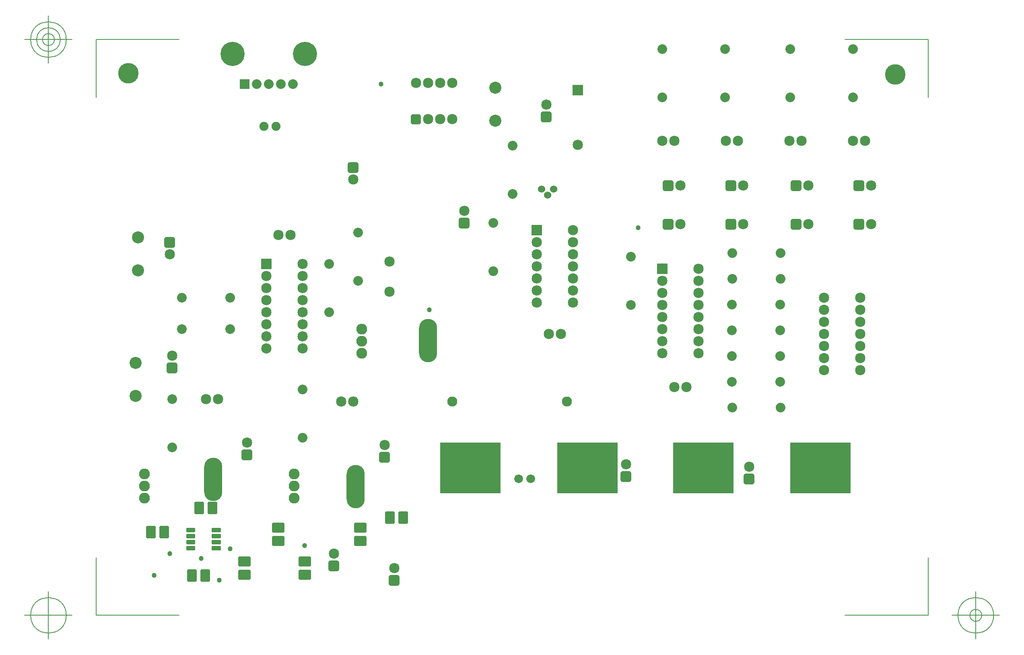
<source format=gbr>
G04 Generated by Ultiboard 14.0 *
%FSLAX24Y24*%
%MOIN*%

%ADD10C,0.0001*%
%ADD11C,0.0001*%
%ADD12C,0.0050*%
%ADD13C,0.15000*%
%ADD14C,0.16971*%
%ADD15C,0.0850*%
%ADD16C,0.0800*%
%ADD17C,0.0900*%
%ADD18R,0.0630X0.0830*%
%ADD19C,0.0190*%
%ADD20R,0.0610X0.0236*%
%ADD21C,0.0120*%
%ADD22C,0.1000*%
%ADD23R,0.0508X0.0508*%
%ADD24C,0.0392*%
%ADD25R,0.0850X0.0850*%
%ADD26C,0.0600*%
%ADD27R,0.0830X0.0630*%
%ADD28R,0.0517X0.0517*%
%ADD29C,0.0333*%
%ADD30C,0.0750*%
%ADD31C,0.2000*%
%ADD32R,0.0800X0.0800*%
%ADD33C,0.0833*%
%ADD34C,0.0720*%
%ADD35C,0.0404*%


G04 ColorRGB FF00CC for the following layer *
%LNSolder Mask Top*%
%LPD*%
G54D10*
G54D11*
G36*
X28400Y10000D02*
X28400Y14200D01*
X33400Y14200D01*
X33400Y10000D01*
X28400Y10000D01*
G37*
G36*
X38100Y10000D02*
X38100Y14200D01*
X43100Y14200D01*
X43100Y10000D01*
X38100Y10000D01*
G37*
G36*
X47700Y10000D02*
X47700Y14200D01*
X52700Y14200D01*
X52700Y10000D01*
X47700Y10000D01*
G37*
G36*
X57400Y10000D02*
X57400Y14200D01*
X62400Y14200D01*
X62400Y10000D01*
X57400Y10000D01*
G37*
G36*
X20650Y9500D02*
X20650Y11600D01*
X22150Y11600D01*
X22150Y9500D01*
X20650Y9500D01*
G37*
G36*
X26650Y21600D02*
X26650Y23700D01*
X28150Y23700D01*
X28150Y21600D01*
X26650Y21600D01*
G37*
G36*
X8850Y10100D02*
X8850Y12200D01*
X10350Y12200D01*
X10350Y10100D01*
X8850Y10100D01*
G37*
G54D12*
X-100Y-100D02*
X-100Y4670D01*
X-100Y-100D02*
X6795Y-100D01*
X68850Y-100D02*
X61955Y-100D01*
X68850Y-100D02*
X68850Y4670D01*
X68850Y47600D02*
X68850Y42830D01*
X68850Y47600D02*
X61955Y47600D01*
X-100Y47600D02*
X6795Y47600D01*
X-100Y47600D02*
X-100Y42830D01*
X-2069Y-100D02*
X-6006Y-100D01*
X-4037Y-2069D02*
X-4037Y1869D01*
X-5513Y-100D02*
G75*
D01*
G02X-5513Y-100I1476J0*
G01*
X70819Y-100D02*
X74756Y-100D01*
X72787Y-2069D02*
X72787Y1869D01*
X71311Y-100D02*
G75*
D01*
G02X71311Y-100I1476J0*
G01*
X72295Y-100D02*
G75*
D01*
G02X72295Y-100I492J0*
G01*
X-2069Y47600D02*
X-6006Y47600D01*
X-4037Y45631D02*
X-4037Y49569D01*
X-5513Y47600D02*
G75*
D01*
G02X-5513Y47600I1476J0*
G01*
X-5021Y47600D02*
G75*
D01*
G02X-5021Y47600I984J0*
G01*
X-4529Y47600D02*
G75*
D01*
G02X-4529Y47600I492J0*
G01*
G54D13*
X21400Y11600D03*
X21400Y9500D03*
X27400Y23700D03*
X27400Y21600D03*
X9600Y12200D03*
X9600Y10100D03*
G54D14*
X66100Y44700D03*
X2590Y44800D03*
G54D15*
X9000Y17800D03*
X10000Y17800D03*
X6200Y21400D03*
X14000Y22000D03*
X17000Y22000D03*
X14000Y23000D03*
X17000Y23000D03*
X14000Y24000D03*
X17000Y24000D03*
X14000Y25000D03*
X17000Y25000D03*
X14000Y26000D03*
X17000Y26000D03*
X14000Y27000D03*
X17000Y27000D03*
X14000Y28000D03*
X17000Y28000D03*
X17000Y29000D03*
X16000Y31400D03*
X15000Y31400D03*
X20200Y17600D03*
X21200Y17600D03*
X24200Y26700D03*
X24200Y29200D03*
X6000Y29800D03*
X37200Y42200D03*
X46800Y21600D03*
X49800Y21600D03*
X46800Y22600D03*
X49800Y22600D03*
X46800Y23600D03*
X49800Y23600D03*
X46800Y24600D03*
X49800Y24600D03*
X46800Y25600D03*
X49800Y25600D03*
X46800Y26600D03*
X49800Y26600D03*
X46800Y27600D03*
X49800Y27600D03*
X49800Y28600D03*
X48800Y18800D03*
X47800Y18800D03*
X19600Y5000D03*
X53500Y32300D03*
X58900Y32300D03*
X64100Y32300D03*
X27400Y41000D03*
X28400Y41000D03*
X29400Y41000D03*
X26400Y44000D03*
X27400Y44000D03*
X28400Y44000D03*
X29400Y44000D03*
X64100Y35500D03*
X48300Y35500D03*
X43800Y12400D03*
X54000Y12200D03*
X60200Y20200D03*
X63200Y20200D03*
X60200Y21200D03*
X63200Y21200D03*
X60200Y22200D03*
X63200Y22200D03*
X60200Y23200D03*
X63200Y23200D03*
X60200Y24200D03*
X63200Y24200D03*
X60200Y25200D03*
X63200Y25200D03*
X60200Y26200D03*
X63200Y26200D03*
X53500Y35500D03*
X52067Y39200D03*
X53067Y39200D03*
X46800Y39200D03*
X47800Y39200D03*
X57333Y39200D03*
X58333Y39200D03*
X62600Y39200D03*
X63600Y39200D03*
X58900Y35500D03*
X30400Y33400D03*
X48300Y32300D03*
X12400Y14200D03*
X23800Y14000D03*
X24600Y3800D03*
X38400Y23200D03*
X37400Y23200D03*
X36400Y25800D03*
X39400Y25800D03*
X36400Y26800D03*
X39400Y26800D03*
X36400Y27800D03*
X39400Y27800D03*
X36400Y28800D03*
X39400Y28800D03*
X36400Y29800D03*
X39400Y29800D03*
X36400Y30800D03*
X39400Y30800D03*
X39400Y31800D03*
X39800Y38872D03*
X21200Y36000D03*
G54D16*
X6200Y17800D03*
X6200Y13800D03*
X11000Y23600D03*
X7000Y23600D03*
X11000Y26200D03*
X7000Y26200D03*
X19200Y29000D03*
X19200Y25000D03*
X17000Y18600D03*
X17000Y14600D03*
X21600Y27600D03*
X21600Y31600D03*
X62600Y42800D03*
X62600Y46800D03*
X46800Y42800D03*
X46800Y46800D03*
X34400Y34800D03*
X34400Y38800D03*
X44200Y29600D03*
X44200Y25600D03*
X56600Y29898D03*
X52600Y29898D03*
X56571Y25632D03*
X52571Y25632D03*
X56571Y23499D03*
X52571Y23499D03*
X56571Y21367D03*
X52571Y21367D03*
X56600Y17101D03*
X52600Y17101D03*
X32800Y32400D03*
X32800Y28400D03*
X56600Y27765D03*
X52600Y27765D03*
X52000Y42800D03*
X52000Y46800D03*
X57400Y42800D03*
X57400Y46800D03*
X13200Y43900D03*
X14200Y43900D03*
X15200Y43900D03*
X16200Y43900D03*
X56571Y19234D03*
X52571Y19234D03*
G54D17*
X3900Y10600D03*
X3900Y11600D03*
X3900Y9600D03*
X21900Y23600D03*
X21900Y22600D03*
X21900Y21600D03*
X16300Y10600D03*
X16300Y11600D03*
X16300Y9600D03*
G54D18*
X5550Y6800D03*
X4450Y6800D03*
X7850Y3200D03*
X8950Y3200D03*
X8450Y8800D03*
X9550Y8800D03*
X24250Y8000D03*
X25350Y8000D03*
G54D19*
X5235Y6385D02*
X5865Y6385D01*
X5865Y7215D01*
X5235Y7215D01*
X5235Y6385D01*D02*
X4135Y6385D02*
X4765Y6385D01*
X4765Y7215D01*
X4135Y7215D01*
X4135Y6385D01*D02*
X7535Y2785D02*
X8165Y2785D01*
X8165Y3615D01*
X7535Y3615D01*
X7535Y2785D01*D02*
X8635Y2785D02*
X9265Y2785D01*
X9265Y3615D01*
X8635Y3615D01*
X8635Y2785D01*D02*
X8135Y8385D02*
X8765Y8385D01*
X8765Y9215D01*
X8135Y9215D01*
X8135Y8385D01*D02*
X9235Y8385D02*
X9865Y8385D01*
X9865Y9215D01*
X9235Y9215D01*
X9235Y8385D01*D02*
X16785Y4035D02*
X17615Y4035D01*
X17615Y4665D01*
X16785Y4665D01*
X16785Y4035D01*D02*
X16785Y2935D02*
X17615Y2935D01*
X17615Y3565D01*
X16785Y3565D01*
X16785Y2935D01*D02*
X14585Y6835D02*
X15415Y6835D01*
X15415Y7465D01*
X14585Y7465D01*
X14585Y6835D01*D02*
X14585Y5735D02*
X15415Y5735D01*
X15415Y6365D01*
X14585Y6365D01*
X14585Y5735D01*D02*
X11785Y2935D02*
X12615Y2935D01*
X12615Y3565D01*
X11785Y3565D01*
X11785Y2935D01*D02*
X11785Y4035D02*
X12615Y4035D01*
X12615Y4665D01*
X11785Y4665D01*
X11785Y4035D01*D02*
X21385Y6835D02*
X22215Y6835D01*
X22215Y7465D01*
X21385Y7465D01*
X21385Y6835D01*D02*
X21385Y5735D02*
X22215Y5735D01*
X22215Y6365D01*
X21385Y6365D01*
X21385Y5735D01*D02*
X23935Y7585D02*
X24565Y7585D01*
X24565Y8415D01*
X23935Y8415D01*
X23935Y7585D01*D02*
X25035Y7585D02*
X25665Y7585D01*
X25665Y8415D01*
X25035Y8415D01*
X25035Y7585D01*D02*
G54D20*
X7737Y5450D03*
X7737Y5950D03*
X7737Y6950D03*
X7737Y6450D03*
X9863Y5450D03*
X9863Y5950D03*
X9863Y6950D03*
X9863Y6450D03*
G54D21*
X7432Y5332D02*
X8042Y5332D01*
X8042Y5568D01*
X7432Y5568D01*
X7432Y5332D01*D02*
X7432Y5832D02*
X8042Y5832D01*
X8042Y6068D01*
X7432Y6068D01*
X7432Y5832D01*D02*
X7432Y6832D02*
X8042Y6832D01*
X8042Y7068D01*
X7432Y7068D01*
X7432Y6832D01*D02*
X7432Y6332D02*
X8042Y6332D01*
X8042Y6568D01*
X7432Y6568D01*
X7432Y6332D01*D02*
X9558Y5332D02*
X10168Y5332D01*
X10168Y5568D01*
X9558Y5568D01*
X9558Y5332D01*D02*
X9558Y5832D02*
X10168Y5832D01*
X10168Y6068D01*
X9558Y6068D01*
X9558Y5832D01*D02*
X9558Y6832D02*
X10168Y6832D01*
X10168Y7068D01*
X9558Y7068D01*
X9558Y6832D01*D02*
X9558Y6332D02*
X10168Y6332D01*
X10168Y6568D01*
X9558Y6568D01*
X9558Y6332D01*D02*
G54D22*
X3180Y20800D03*
X3180Y18090D03*
X3380Y31200D03*
X3380Y28490D03*
X32980Y43600D03*
X32980Y40890D03*
G54D23*
X6200Y20400D03*
X6000Y30800D03*
X37200Y41200D03*
X19600Y4000D03*
X52500Y32300D03*
X57900Y32300D03*
X63100Y32300D03*
X63100Y35500D03*
X47300Y35500D03*
X43800Y11400D03*
X54000Y11200D03*
X52500Y35500D03*
X57900Y35500D03*
X30400Y32400D03*
X47300Y32300D03*
X12400Y13200D03*
X23800Y13000D03*
X24600Y2800D03*
X21200Y37000D03*
G54D24*
X5946Y20146D02*
X6454Y20146D01*
X6454Y20654D01*
X5946Y20654D01*
X5946Y20146D01*D02*
X5746Y30546D02*
X6254Y30546D01*
X6254Y31054D01*
X5746Y31054D01*
X5746Y30546D01*D02*
X36946Y40946D02*
X37454Y40946D01*
X37454Y41454D01*
X36946Y41454D01*
X36946Y40946D01*D02*
X19346Y3746D02*
X19854Y3746D01*
X19854Y4254D01*
X19346Y4254D01*
X19346Y3746D01*D02*
X52246Y32046D02*
X52754Y32046D01*
X52754Y32554D01*
X52246Y32554D01*
X52246Y32046D01*D02*
X57646Y32046D02*
X58154Y32046D01*
X58154Y32554D01*
X57646Y32554D01*
X57646Y32046D01*D02*
X62846Y32046D02*
X63354Y32046D01*
X63354Y32554D01*
X62846Y32554D01*
X62846Y32046D01*D02*
X62846Y35246D02*
X63354Y35246D01*
X63354Y35754D01*
X62846Y35754D01*
X62846Y35246D01*D02*
X47046Y35246D02*
X47554Y35246D01*
X47554Y35754D01*
X47046Y35754D01*
X47046Y35246D01*D02*
X43546Y11146D02*
X44054Y11146D01*
X44054Y11654D01*
X43546Y11654D01*
X43546Y11146D01*D02*
X53746Y10946D02*
X54254Y10946D01*
X54254Y11454D01*
X53746Y11454D01*
X53746Y10946D01*D02*
X52246Y35246D02*
X52754Y35246D01*
X52754Y35754D01*
X52246Y35754D01*
X52246Y35246D01*D02*
X57646Y35246D02*
X58154Y35246D01*
X58154Y35754D01*
X57646Y35754D01*
X57646Y35246D01*D02*
X30146Y32146D02*
X30654Y32146D01*
X30654Y32654D01*
X30146Y32654D01*
X30146Y32146D01*D02*
X47046Y32046D02*
X47554Y32046D01*
X47554Y32554D01*
X47046Y32554D01*
X47046Y32046D01*D02*
X12146Y12946D02*
X12654Y12946D01*
X12654Y13454D01*
X12146Y13454D01*
X12146Y12946D01*D02*
X23546Y12746D02*
X24054Y12746D01*
X24054Y13254D01*
X23546Y13254D01*
X23546Y12746D01*D02*
X24346Y2546D02*
X24854Y2546D01*
X24854Y3054D01*
X24346Y3054D01*
X24346Y2546D01*D02*
X20946Y36746D02*
X21454Y36746D01*
X21454Y37254D01*
X20946Y37254D01*
X20946Y36746D01*D02*
G54D25*
X14000Y29000D03*
X46800Y28600D03*
X36400Y31800D03*
X39800Y43400D03*
G54D26*
X37300Y34700D03*
X36800Y35200D03*
X37800Y35200D03*
G54D27*
X17200Y4350D03*
X17200Y3250D03*
X15000Y7150D03*
X15000Y6050D03*
X12200Y3250D03*
X12200Y4350D03*
X21800Y7150D03*
X21800Y6050D03*
G54D28*
X26400Y41000D03*
G54D29*
X26142Y40742D02*
X26658Y40742D01*
X26658Y41258D01*
X26142Y41258D01*
X26142Y40742D01*D02*
G54D30*
X14800Y40400D03*
X13800Y40400D03*
X9600Y12000D03*
X21400Y11600D03*
X21400Y9600D03*
X9600Y10000D03*
X27400Y21700D03*
X27400Y23700D03*
G54D31*
X17200Y46400D03*
X11200Y46400D03*
G54D32*
X12200Y43900D03*
G54D33*
X38900Y17600D03*
X29400Y17600D03*
G54D34*
X35900Y11200D03*
X34900Y11200D03*
G54D35*
X14800Y40300D03*
X11000Y5400D03*
X6000Y5000D03*
X8600Y4600D03*
X10100Y2800D03*
X17190Y5670D03*
X44800Y32000D03*
X23500Y43900D03*
X4700Y3200D03*
X27500Y25200D03*

M02*

</source>
